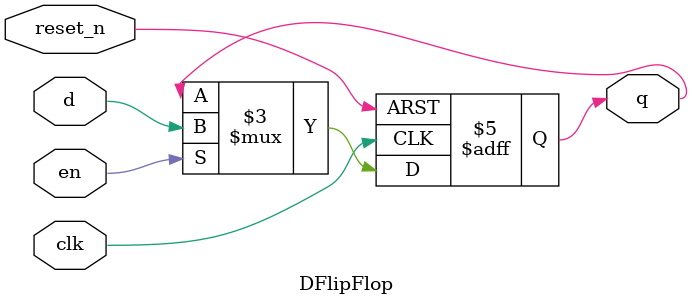
<source format=v>
`timescale 1ns/1ps

module DFlipFlop(
    input clk, reset_n,
    input en, d,
    output reg q
);
    always @(posedge clk, negedge reset_n) begin
        if(~reset_n) begin
            q <= 1'b0;
        end
        else begin
            if(en) begin
                q <= d;
            end
        end
    end
endmodule

</source>
